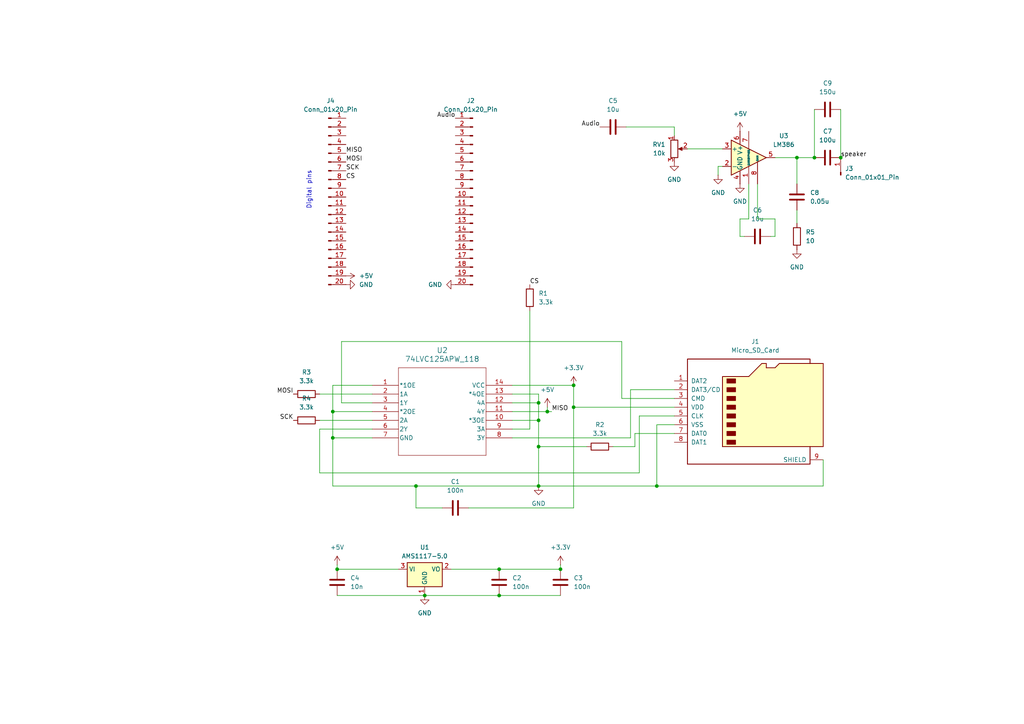
<source format=kicad_sch>
(kicad_sch (version 20231120) (generator "eeschema") (generator_version "8.0")
  (paper "A4")
  (lib_symbols
    (symbol "74LVC125APW,118:74LVC125APW_118" (pin_names (offset 0.254))
      (property "Reference" "U" (at 20.32 10.16 0))
      (property "Value" "74LVC125APW_118" (at 20.32 7.62 0))
      (symbol "74LVC125APW_118_0_1"
        (polyline (pts (xy 7.62 -20.32) (xy 33.02 -20.32)) (stroke (width 0.127)))
        (polyline (pts (xy 7.62 5.08) (xy 7.62 -20.32)) (stroke (width 0.127)))
        (polyline (pts (xy 33.02 -20.32) (xy 33.02 5.08)) (stroke (width 0.127)))
        (polyline (pts (xy 33.02 5.08) (xy 7.62 5.08)) (stroke (width 0.127)))
        (pin input line (at 0 0 0) (length 7.62) (name "*1OE") (number "1"))
        (pin input line (at 40.64 -10.16 180) (length 7.62) (name "*3OE") (number "10"))
        (pin output line (at 40.64 -7.62 180) (length 7.62) (name "4Y") (number "11"))
        (pin input line (at 40.64 -5.08 180) (length 7.62) (name "4A") (number "12"))
        (pin input line (at 40.64 -2.54 180) (length 7.62) (name "*4OE") (number "13"))
        (pin power_in line (at 40.64 0 180) (length 7.62) (name "VCC") (number "14"))
        (pin input line (at 0 -2.54 0) (length 7.62) (name "1A") (number "2"))
        (pin output line (at 0 -5.08 0) (length 7.62) (name "1Y") (number "3"))
        (pin input line (at 0 -7.62 0) (length 7.62) (name "*2OE") (number "4"))
        (pin input line (at 0 -10.16 0) (length 7.62) (name "2A") (number "5"))
        (pin output line (at 0 -12.7 0) (length 7.62) (name "2Y") (number "6"))
        (pin power_out line (at 0 -15.24 0) (length 7.62) (name "GND") (number "7"))
        (pin output line (at 40.64 -15.24 180) (length 7.62) (name "3Y") (number "8"))
        (pin input line (at 40.64 -12.7 180) (length 7.62) (name "3A") (number "9"))
      )
    )
    (symbol "Amplifier_Audio:LM386" (pin_names (offset 0.127))
      (property "Reference" "U" (at 1.27 7.62 0))
      (property "Value" "LM386" (at 1.27 5.08 0))
      (symbol "LM386_0_1"
        (polyline (pts (xy 5.08 0) (xy -5.08 5.08) (xy -5.08 -5.08) (xy 5.08 0)) (stroke (width 0.254)) (fill (type background)))
      )
      (symbol "LM386_1_1"
        (pin input line (at 0 -7.62 90) (length 5.08) (name "GAIN") (number "1"))
        (pin input line (at -7.62 -2.54 0) (length 2.54) (name "-") (number "2"))
        (pin input line (at -7.62 2.54 0) (length 2.54) (name "+") (number "3"))
        (pin power_in line (at -2.54 -7.62 90) (length 3.81) (name "GND") (number "4"))
        (pin output line (at 7.62 0 180) (length 2.54) (name "~") (number "5"))
        (pin power_in line (at -2.54 7.62 270) (length 3.81) (name "V+") (number "6"))
        (pin input line (at 0 7.62 270) (length 5.08) (name "BYPASS") (number "7"))
        (pin input line (at 2.54 -7.62 90) (length 6.35) (name "GAIN") (number "8"))
      )
    )
    (symbol "Connector:Conn_01x01_Pin" (pin_names (offset 1.016) hide)
      (property "Reference" "J" (at 0 2.54 0))
      (property "Value" "Conn_01x01_Pin" (at 0 -2.54 0))
      (symbol "Conn_01x01_Pin_1_1"
        (polyline (pts (xy 1.27 0) (xy 0.8636 0)) (stroke (width 0.1524)))
        (rectangle (start 0.8636 0.127) (end 0 -0.127) (stroke (width 0.1524)) (fill (type outline)))
        (pin passive line (at 5.08 0 180) (length 3.81) (name "Pin_1") (number "1"))
      )
    )
    (symbol "Connector:Conn_01x20_Pin" (pin_names (offset 1.016) hide)
      (property "Reference" "J" (at 0 25.4 0))
      (property "Value" "Conn_01x20_Pin" (at 0 -27.94 0))
      (symbol "Conn_01x20_Pin_1_1"
        (polyline (pts (xy 1.27 -25.4) (xy 0.8636 -25.4)) (stroke (width 0.1524)))
        (polyline (pts (xy 1.27 -22.86) (xy 0.8636 -22.86)) (stroke (width 0.1524)))
        (polyline (pts (xy 1.27 -20.32) (xy 0.8636 -20.32)) (stroke (width 0.1524)))
        (polyline (pts (xy 1.27 -17.78) (xy 0.8636 -17.78)) (stroke (width 0.1524)))
        (polyline (pts (xy 1.27 -15.24) (xy 0.8636 -15.24)) (stroke (width 0.1524)))
        (polyline (pts (xy 1.27 -12.7) (xy 0.8636 -12.7)) (stroke (width 0.1524)))
        (polyline (pts (xy 1.27 -10.16) (xy 0.8636 -10.16)) (stroke (width 0.1524)))
        (polyline (pts (xy 1.27 -7.62) (xy 0.8636 -7.62)) (stroke (width 0.1524)))
        (polyline (pts (xy 1.27 -5.08) (xy 0.8636 -5.08)) (stroke (width 0.1524)))
        (polyline (pts (xy 1.27 -2.54) (xy 0.8636 -2.54)) (stroke (width 0.1524)))
        (polyline (pts (xy 1.27 0) (xy 0.8636 0)) (stroke (width 0.1524)))
        (polyline (pts (xy 1.27 2.54) (xy 0.8636 2.54)) (stroke (width 0.1524)))
        (polyline (pts (xy 1.27 5.08) (xy 0.8636 5.08)) (stroke (width 0.1524)))
        (polyline (pts (xy 1.27 7.62) (xy 0.8636 7.62)) (stroke (width 0.1524)))
        (polyline (pts (xy 1.27 10.16) (xy 0.8636 10.16)) (stroke (width 0.1524)))
        (polyline (pts (xy 1.27 12.7) (xy 0.8636 12.7)) (stroke (width 0.1524)))
        (polyline (pts (xy 1.27 15.24) (xy 0.8636 15.24)) (stroke (width 0.1524)))
        (polyline (pts (xy 1.27 17.78) (xy 0.8636 17.78)) (stroke (width 0.1524)))
        (polyline (pts (xy 1.27 20.32) (xy 0.8636 20.32)) (stroke (width 0.1524)))
        (polyline (pts (xy 1.27 22.86) (xy 0.8636 22.86)) (stroke (width 0.1524)))
        (rectangle (start 0.8636 -25.273) (end 0 -25.527) (stroke (width 0.1524)) (fill (type outline)))
        (rectangle (start 0.8636 -22.733) (end 0 -22.987) (stroke (width 0.1524)) (fill (type outline)))
        (rectangle (start 0.8636 -20.193) (end 0 -20.447) (stroke (width 0.1524)) (fill (type outline)))
        (rectangle (start 0.8636 -17.653) (end 0 -17.907) (stroke (width 0.1524)) (fill (type outline)))
        (rectangle (start 0.8636 -15.113) (end 0 -15.367) (stroke (width 0.1524)) (fill (type outline)))
        (rectangle (start 0.8636 -12.573) (end 0 -12.827) (stroke (width 0.1524)) (fill (type outline)))
        (rectangle (start 0.8636 -10.033) (end 0 -10.287) (stroke (width 0.1524)) (fill (type outline)))
        (rectangle (start 0.8636 -7.493) (end 0 -7.747) (stroke (width 0.1524)) (fill (type outline)))
        (rectangle (start 0.8636 -4.953) (end 0 -5.207) (stroke (width 0.1524)) (fill (type outline)))
        (rectangle (start 0.8636 -2.413) (end 0 -2.667) (stroke (width 0.1524)) (fill (type outline)))
        (rectangle (start 0.8636 0.127) (end 0 -0.127) (stroke (width 0.1524)) (fill (type outline)))
        (rectangle (start 0.8636 2.667) (end 0 2.413) (stroke (width 0.1524)) (fill (type outline)))
        (rectangle (start 0.8636 5.207) (end 0 4.953) (stroke (width 0.1524)) (fill (type outline)))
        (rectangle (start 0.8636 7.747) (end 0 7.493) (stroke (width 0.1524)) (fill (type outline)))
        (rectangle (start 0.8636 10.287) (end 0 10.033) (stroke (width 0.1524)) (fill (type outline)))
        (rectangle (start 0.8636 12.827) (end 0 12.573) (stroke (width 0.1524)) (fill (type outline)))
        (rectangle (start 0.8636 15.367) (end 0 15.113) (stroke (width 0.1524)) (fill (type outline)))
        (rectangle (start 0.8636 17.907) (end 0 17.653) (stroke (width 0.1524)) (fill (type outline)))
        (rectangle (start 0.8636 20.447) (end 0 20.193) (stroke (width 0.1524)) (fill (type outline)))
        (rectangle (start 0.8636 22.987) (end 0 22.733) (stroke (width 0.1524)) (fill (type outline)))
        (pin passive line (at 5.08 22.86 180) (length 3.81) (name "Pin_1") (number "1"))
        (pin passive line (at 5.08 0 180) (length 3.81) (name "Pin_10") (number "10"))
        (pin passive line (at 5.08 -2.54 180) (length 3.81) (name "Pin_11") (number "11"))
        (pin passive line (at 5.08 -5.08 180) (length 3.81) (name "Pin_12") (number "12"))
        (pin passive line (at 5.08 -7.62 180) (length 3.81) (name "Pin_13") (number "13"))
        (pin passive line (at 5.08 -10.16 180) (length 3.81) (name "Pin_14") (number "14"))
        (pin passive line (at 5.08 -12.7 180) (length 3.81) (name "Pin_15") (number "15"))
        (pin passive line (at 5.08 -15.24 180) (length 3.81) (name "Pin_16") (number "16"))
        (pin passive line (at 5.08 -17.78 180) (length 3.81) (name "Pin_17") (number "17"))
        (pin passive line (at 5.08 -20.32 180) (length 3.81) (name "Pin_18") (number "18"))
        (pin passive line (at 5.08 -22.86 180) (length 3.81) (name "Pin_19") (number "19"))
        (pin passive line (at 5.08 20.32 180) (length 3.81) (name "Pin_2") (number "2"))
        (pin passive line (at 5.08 -25.4 180) (length 3.81) (name "Pin_20") (number "20"))
        (pin passive line (at 5.08 17.78 180) (length 3.81) (name "Pin_3") (number "3"))
        (pin passive line (at 5.08 15.24 180) (length 3.81) (name "Pin_4") (number "4"))
        (pin passive line (at 5.08 12.7 180) (length 3.81) (name "Pin_5") (number "5"))
        (pin passive line (at 5.08 10.16 180) (length 3.81) (name "Pin_6") (number "6"))
        (pin passive line (at 5.08 7.62 180) (length 3.81) (name "Pin_7") (number "7"))
        (pin passive line (at 5.08 5.08 180) (length 3.81) (name "Pin_8") (number "8"))
        (pin passive line (at 5.08 2.54 180) (length 3.81) (name "Pin_9") (number "9"))
      )
    )
    (symbol "Connector:Micro_SD_Card" (pin_names (offset 1.016))
      (property "Reference" "J" (at -16.51 15.24 0))
      (property "Value" "Micro_SD_Card" (at 16.51 15.24 0))
      (symbol "Micro_SD_Card_0_1"
        (rectangle (start -7.62 -9.525) (end -5.08 -10.795) (fill (type outline)))
        (rectangle (start -7.62 -6.985) (end -5.08 -8.255) (fill (type outline)))
        (rectangle (start -7.62 -4.445) (end -5.08 -5.715) (fill (type outline)))
        (rectangle (start -7.62 -1.905) (end -5.08 -3.175) (fill (type outline)))
        (rectangle (start -7.62 0.635) (end -5.08 -0.635) (fill (type outline)))
        (rectangle (start -7.62 3.175) (end -5.08 1.905) (fill (type outline)))
        (rectangle (start -7.62 5.715) (end -5.08 4.445) (fill (type outline)))
        (rectangle (start -7.62 8.255) (end -5.08 6.985) (fill (type outline)))
        (polyline (pts (xy 16.51 12.7) (xy 16.51 13.97) (xy -19.05 13.97) (xy -19.05 -16.51) (xy 16.51 -16.51) (xy 16.51 -11.43)) (stroke (width 0.254)))
        (polyline (pts (xy -8.89 -11.43) (xy -8.89 8.89) (xy -1.27 8.89) (xy 2.54 12.7) (xy 3.81 12.7) (xy 3.81 11.43) (xy 6.35 11.43) (xy 7.62 12.7) (xy 20.32 12.7) (xy 20.32 -11.43) (xy -8.89 -11.43)) (stroke (width 0.254)) (fill (type background)))
      )
      (symbol "Micro_SD_Card_1_1"
        (pin bidirectional line (at -22.86 7.62 0) (length 3.81) (name "DAT2") (number "1"))
        (pin bidirectional line (at -22.86 5.08 0) (length 3.81) (name "DAT3/CD") (number "2"))
        (pin input line (at -22.86 2.54 0) (length 3.81) (name "CMD") (number "3"))
        (pin power_in line (at -22.86 0 0) (length 3.81) (name "VDD") (number "4"))
        (pin input line (at -22.86 -2.54 0) (length 3.81) (name "CLK") (number "5"))
        (pin power_in line (at -22.86 -5.08 0) (length 3.81) (name "VSS") (number "6"))
        (pin bidirectional line (at -22.86 -7.62 0) (length 3.81) (name "DAT0") (number "7"))
        (pin bidirectional line (at -22.86 -10.16 0) (length 3.81) (name "DAT1") (number "8"))
        (pin passive line (at 20.32 -15.24 180) (length 3.81) (name "SHIELD") (number "9"))
      )
    )
    (symbol "Device:C" (pin_numbers hide) (pin_names (offset 0.254))
      (property "Reference" "C" (at 0.635 2.54 0))
      (property "Value" "C" (at 0.635 -2.54 0))
      (symbol "C_0_1"
        (polyline (pts (xy -2.032 -0.762) (xy 2.032 -0.762)) (stroke (width 0.508)))
        (polyline (pts (xy -2.032 0.762) (xy 2.032 0.762)) (stroke (width 0.508)))
      )
      (symbol "C_1_1"
        (pin passive line (at 0 3.81 270) (length 2.794) (name "~") (number "1"))
        (pin passive line (at 0 -3.81 90) (length 2.794) (name "~") (number "2"))
      )
    )
    (symbol "Device:R" (pin_numbers hide) (pin_names (offset 0))
      (property "Reference" "R" (at 2.032 0 90))
      (property "Value" "R" (at 0 0 90))
      (symbol "R_0_1"
        (rectangle (start -1.016 -2.54) (end 1.016 2.54) (stroke (width 0.254)))
      )
      (symbol "R_1_1"
        (pin passive line (at 0 3.81 270) (length 1.27) (name "~") (number "1"))
        (pin passive line (at 0 -3.81 90) (length 1.27) (name "~") (number "2"))
      )
    )
    (symbol "Device:R_Potentiometer" (pin_names (offset 1.016) hide)
      (property "Reference" "RV" (at -4.445 0 90))
      (property "Value" "R_Potentiometer" (at -2.54 0 90))
      (symbol "R_Potentiometer_0_1"
        (polyline (pts (xy 2.54 0) (xy 1.524 0)))
        (polyline (pts (xy 1.143 0) (xy 2.286 0.508) (xy 2.286 -0.508) (xy 1.143 0)) (fill (type outline)))
        (rectangle (start 1.016 2.54) (end -1.016 -2.54) (stroke (width 0.254)))
      )
      (symbol "R_Potentiometer_1_1"
        (pin passive line (at 0 3.81 270) (length 1.27) (name "1") (number "1"))
        (pin passive line (at 3.81 0 180) (length 1.27) (name "2") (number "2"))
        (pin passive line (at 0 -3.81 90) (length 1.27) (name "3") (number "3"))
      )
    )
    (symbol "Regulator_Linear:AMS1117-5.0"
      (property "Reference" "U" (at -3.81 3.175 0))
      (property "Value" "AMS1117-5.0" (at 0 3.175 0))
      (symbol "AMS1117-5.0_0_1"
        (rectangle (start -5.08 -5.08) (end 5.08 1.905) (stroke (width 0.254)) (fill (type background)))
      )
      (symbol "AMS1117-5.0_1_1"
        (pin power_in line (at 0 -7.62 90) (length 2.54) (name "GND") (number "1"))
        (pin power_out line (at 7.62 0 180) (length 2.54) (name "VO") (number "2"))
        (pin power_in line (at -7.62 0 0) (length 2.54) (name "VI") (number "3"))
      )
    )
    (symbol "power:+3.3V" (power) (pin_numbers hide) (pin_names (offset 0) hide)
      (property "Value" "+3.3V" (at 0 3.556 0))
      (symbol "+3.3V_0_1"
        (polyline (pts (xy -0.762 1.27) (xy 0 2.54)))
        (polyline (pts (xy 0 0) (xy 0 2.54)))
        (polyline (pts (xy 0 2.54) (xy 0.762 1.27)))
      )
      (symbol "+3.3V_1_1"
        (pin power_in line (at 0 0 90) (length 0) (name "~") (number "1"))
      )
    )
    (symbol "power:+5V" (power) (pin_numbers hide) (pin_names (offset 0) hide)
      (property "Value" "+5V" (at 0 3.556 0))
      (symbol "+5V_0_1"
        (polyline (pts (xy -0.762 1.27) (xy 0 2.54)))
        (polyline (pts (xy 0 0) (xy 0 2.54)))
        (polyline (pts (xy 0 2.54) (xy 0.762 1.27)))
      )
      (symbol "+5V_1_1"
        (pin power_in line (at 0 0 90) (length 0) (name "~") (number "1"))
      )
    )
    (symbol "power:GND" (power) (pin_numbers hide) (pin_names (offset 0) hide)
      (property "Value" "GND" (at 0 -3.81 0))
      (symbol "GND_0_1"
        (polyline (pts (xy 0 0) (xy 0 -1.27) (xy 1.27 -1.27) (xy 0 -2.54) (xy -1.27 -1.27) (xy 0 -1.27)))
      )
      (symbol "GND_1_1"
        (pin power_in line (at 0 0 270) (length 0) (name "~") (number "1"))
      )
    )
  )
  (junction (at 243.84 45.72))
  (junction (at 156.21 116.84))
  (junction (at 190.5 140.97))
  (junction (at 123.19 172.72))
  (junction (at 158.75 119.38))
  (junction (at 96.52 127))
  (junction (at 166.37 118.11))
  (junction (at 166.37 111.76))
  (junction (at 162.56 165.1))
  (junction (at 96.52 119.38))
  (junction (at 144.78 165.1))
  (junction (at 97.79 165.1))
  (junction (at 231.14 45.72))
  (junction (at 156.21 121.92))
  (junction (at 236.22 45.72))
  (junction (at 156.21 140.97))
  (junction (at 144.78 172.72))
  (junction (at 120.65 140.97))
  (junction (at 156.21 129.54))
  (wire (pts (xy 92.71 137.16) (xy 185.42 137.16)))
  (wire (pts (xy 156.21 129.54) (xy 170.18 129.54)))
  (wire (pts (xy 96.52 127) (xy 107.95 127)))
  (wire (pts (xy 238.76 133.35) (xy 238.76 140.97)))
  (wire (pts (xy 185.42 137.16) (xy 185.42 120.65)))
  (wire (pts (xy 123.19 172.72) (xy 144.78 172.72)))
  (wire (pts (xy 236.22 31.75) (xy 236.22 45.72)))
  (wire (pts (xy 135.89 147.32) (xy 166.37 147.32)))
  (wire (pts (xy 120.65 140.97) (xy 156.21 140.97)))
  (wire (pts (xy 156.21 116.84) (xy 156.21 121.92)))
  (wire (pts (xy 180.34 99.06) (xy 99.06 99.06)))
  (wire (pts (xy 231.14 60.96) (xy 231.14 64.77)))
  (wire (pts (xy 148.59 116.84) (xy 156.21 116.84)))
  (wire (pts (xy 180.34 115.57) (xy 180.34 99.06)))
  (wire (pts (xy 182.88 127) (xy 182.88 113.03)))
  (wire (pts (xy 166.37 111.76) (xy 166.37 118.11)))
  (wire (pts (xy 185.42 120.65) (xy 195.58 120.65)))
  (wire (pts (xy 166.37 118.11) (xy 195.58 118.11)))
  (wire (pts (xy 99.06 116.84) (xy 107.95 116.84)))
  (wire (pts (xy 195.58 125.73) (xy 184.15 125.73)))
  (wire (pts (xy 243.84 31.75) (xy 243.84 45.72)))
  (wire (pts (xy 148.59 119.38) (xy 158.75 119.38)))
  (wire (pts (xy 209.55 48.26) (xy 208.28 48.26)))
  (wire (pts (xy 153.67 124.46) (xy 153.67 90.17)))
  (wire (pts (xy 148.59 114.3) (xy 156.21 114.3)))
  (wire (pts (xy 92.71 124.46) (xy 92.71 137.16)))
  (wire (pts (xy 156.21 114.3) (xy 156.21 116.84)))
  (wire (pts (xy 156.21 140.97) (xy 190.5 140.97)))
  (wire (pts (xy 128.27 147.32) (xy 120.65 147.32)))
  (wire (pts (xy 97.79 163.83) (xy 97.79 165.1)))
  (wire (pts (xy 184.15 125.73) (xy 184.15 129.54)))
  (wire (pts (xy 199.39 43.18) (xy 209.55 43.18)))
  (wire (pts (xy 96.52 140.97) (xy 120.65 140.97)))
  (wire (pts (xy 144.78 172.72) (xy 162.56 172.72)))
  (wire (pts (xy 120.65 147.32) (xy 120.65 140.97)))
  (wire (pts (xy 107.95 124.46) (xy 92.71 124.46)))
  (wire (pts (xy 130.81 165.1) (xy 144.78 165.1)))
  (wire (pts (xy 107.95 111.76) (xy 96.52 111.76)))
  (wire (pts (xy 217.17 53.34) (xy 217.17 63.5)))
  (wire (pts (xy 214.63 63.5) (xy 214.63 68.58)))
  (wire (pts (xy 148.59 127) (xy 182.88 127)))
  (wire (pts (xy 195.58 115.57) (xy 180.34 115.57)))
  (wire (pts (xy 224.79 63.5) (xy 219.71 63.5)))
  (wire (pts (xy 148.59 111.76) (xy 166.37 111.76)))
  (wire (pts (xy 190.5 140.97) (xy 238.76 140.97)))
  (wire (pts (xy 166.37 147.32) (xy 166.37 118.11)))
  (wire (pts (xy 148.59 121.92) (xy 156.21 121.92)))
  (wire (pts (xy 92.71 114.3) (xy 107.95 114.3)))
  (wire (pts (xy 148.59 124.46) (xy 153.67 124.46)))
  (wire (pts (xy 195.58 123.19) (xy 190.5 123.19)))
  (wire (pts (xy 92.71 121.92) (xy 107.95 121.92)))
  (wire (pts (xy 156.21 121.92) (xy 156.21 129.54)))
  (wire (pts (xy 223.52 68.58) (xy 224.79 68.58)))
  (wire (pts (xy 184.15 129.54) (xy 177.8 129.54)))
  (wire (pts (xy 162.56 165.1) (xy 162.56 163.83)))
  (wire (pts (xy 97.79 165.1) (xy 115.57 165.1)))
  (wire (pts (xy 182.88 113.03) (xy 195.58 113.03)))
  (wire (pts (xy 97.79 172.72) (xy 123.19 172.72)))
  (wire (pts (xy 219.71 63.5) (xy 219.71 53.34)))
  (wire (pts (xy 231.14 45.72) (xy 236.22 45.72)))
  (wire (pts (xy 181.61 36.83) (xy 195.58 36.83)))
  (wire (pts (xy 156.21 129.54) (xy 156.21 140.97)))
  (wire (pts (xy 224.79 68.58) (xy 224.79 63.5)))
  (wire (pts (xy 217.17 63.5) (xy 214.63 63.5)))
  (wire (pts (xy 158.75 119.38) (xy 158.75 118.11)))
  (wire (pts (xy 144.78 165.1) (xy 162.56 165.1)))
  (wire (pts (xy 96.52 119.38) (xy 96.52 127)))
  (wire (pts (xy 190.5 123.19) (xy 190.5 140.97)))
  (wire (pts (xy 96.52 119.38) (xy 107.95 119.38)))
  (wire (pts (xy 195.58 36.83) (xy 195.58 39.37)))
  (wire (pts (xy 214.63 68.58) (xy 215.9 68.58)))
  (wire (pts (xy 96.52 127) (xy 96.52 140.97)))
  (wire (pts (xy 224.79 45.72) (xy 231.14 45.72)))
  (wire (pts (xy 158.75 119.38) (xy 160.02 119.38)))
  (wire (pts (xy 231.14 53.34) (xy 231.14 45.72)))
  (wire (pts (xy 96.52 111.76) (xy 96.52 119.38)))
  (wire (pts (xy 99.06 99.06) (xy 99.06 116.84)))
  (wire (pts (xy 208.28 48.26) (xy 208.28 50.8)))
  (text "Digital pins\n" (at 89.662 55.118 90) (effects (font (size 1.27 1.27))))
  (label "MISO" (at 100.33 44.45 0))
  (label "CS" (at 153.67 82.55 0))
  (label "MISO" (at 160.02 119.38 0))
  (label "SCK" (at 100.33 49.53 0))
  (label "CS" (at 100.33 52.07 0))
  (label "speaker" (at 243.84 45.72 0))
  (label "Audio" (at 173.99 36.83 180))
  (label "Audio" (at 132.08 34.29 180))
  (label "SCK" (at 85.09 121.92 180))
  (label "MOSI" (at 85.09 114.3 180))
  (label "MOSI" (at 100.33 46.99 0))
  (symbol (lib_id "power:GND") (at 214.63 53.34 0) (unit 1)
    (property "Reference" "#PWR09" (effects (hide yes)))
    (property "Value" "GND" (at 214.63 58.42 0))
    (property "Description" "Power symbol creates a global label with name \"GND\" , ground" (effects (hide yes)))
  )
  (symbol (lib_id "Device:R") (at 153.67 86.36 0) (unit 1)
    (property "Reference" "R1" (at 156.21 85.0899 0) (effects (justify left)))
    (property "Value" "3.3k" (at 156.21 87.6299 0) (effects (justify left)))
    (property "Footprint" "Resistor_SMD:R_0402_1005Metric" (effects (hide yes)))
    (property "Description" "Resistor" (effects (hide yes)))
  )
  (symbol (lib_id "power:GND") (at 123.19 172.72 0) (unit 1)
    (property "Reference" "#PWR04" (effects (hide yes)))
    (property "Value" "GND" (at 123.19 177.8 0))
    (property "Description" "Power symbol creates a global label with name \"GND\" , ground" (effects (hide yes)))
  )
  (symbol (lib_id "Device:R") (at 231.14 68.58 0) (unit 1)
    (property "Reference" "R5" (at 233.68 67.3099 0) (effects (justify left)))
    (property "Value" "10" (at 233.68 69.8499 0) (effects (justify left)))
    (property "Footprint" "Resistor_SMD:R_0402_1005Metric" (effects (hide yes)))
    (property "Description" "Resistor" (effects (hide yes)))
  )
  (symbol (lib_id "Connector:Conn_01x20_Pin") (at 95.25 57.15 0) (unit 1)
    (property "Reference" "J4" (at 95.885 29.21 0))
    (property "Value" "Conn_01x20_Pin" (at 95.885 31.75 0))
    (property "Footprint" "Connector_PinHeader_2.54mm:PinHeader_1x20_P2.54mm_Vertical" (effects (hide yes)))
    (property "Description" "Generic connector, single row, 01x20, script generated" (effects (hide yes)))
  )
  (symbol (lib_id "power:GND") (at 132.08 82.55 270) (unit 1)
    (property "Reference" "#PWR013" (effects (hide yes)))
    (property "Value" "GND" (at 128.27 82.5499 90) (effects (justify right)))
    (property "Description" "Power symbol creates a global label with name \"GND\" , ground" (effects (hide yes)))
  )
  (symbol (lib_id "Device:C") (at 231.14 57.15 180) (unit 1)
    (property "Reference" "C8" (at 234.95 55.8799 0) (effects (justify right)))
    (property "Value" "0.05u" (at 234.95 58.4199 0) (effects (justify right)))
    (property "Footprint" "Capacitor_SMD:C_1206_3216Metric" (effects (hide yes)))
    (property "Description" "Unpolarized capacitor" (effects (hide yes)))
  )
  (symbol (lib_id "Device:C") (at 219.71 68.58 90) (unit 1)
    (property "Reference" "C6" (at 219.71 60.96 90))
    (property "Value" "10u" (at 219.71 63.5 90))
    (property "Footprint" "Capacitor_SMD:C_1210_3225Metric" (effects (hide yes)))
    (property "Description" "Unpolarized capacitor" (effects (hide yes)))
  )
  (symbol (lib_id "power:GND") (at 156.21 140.97 0) (unit 1)
    (property "Reference" "#PWR01" (effects (hide yes)))
    (property "Value" "GND" (at 156.21 146.05 0))
    (property "Description" "Power symbol creates a global label with name \"GND\" , ground" (effects (hide yes)))
  )
  (symbol (lib_id "Connector:Micro_SD_Card") (at 218.44 118.11 0) (unit 1)
    (property "Reference" "J1" (at 219.075 99.06 0))
    (property "Value" "Micro_SD_Card" (at 219.075 101.6 0))
    (property "Footprint" "Connector_Card:microSD_HC_Molex_104031-0811" (effects (hide yes)))
    (property "Datasheet" "http://katalog.we-online.de/em/datasheet/693072010801.pdf" (effects (hide yes)))
    (property "Description" "Micro SD Card Socket" (effects (hide yes)))
  )
  (symbol (lib_id "power:+5V") (at 97.79 163.83 0) (unit 1)
    (property "Reference" "#PWR05" (effects (hide yes)))
    (property "Value" "+5V" (at 97.79 158.75 0))
    (property "Description" "Power symbol creates a global label with name \"+5V\"" (effects (hide yes)))
  )
  (symbol (lib_id "Device:C") (at 240.03 31.75 90) (unit 1)
    (property "Reference" "C9" (at 240.03 24.13 90))
    (property "Value" "150u" (at 240.03 26.67 90))
    (property "Footprint" "Capacitor_SMD:C_Elec_6.3x7.7" (effects (hide yes)))
    (property "Description" "Unpolarized capacitor" (effects (hide yes)))
  )
  (symbol (lib_id "power:+5V") (at 100.33 80.01 270) (unit 1)
    (property "Reference" "#PWR014" (effects (hide yes)))
    (property "Value" "+5V" (at 104.14 80.0099 90) (effects (justify left)))
    (property "Description" "Power symbol creates a global label with name \"+5V\"" (effects (hide yes)))
  )
  (symbol (lib_id "power:+3.3V") (at 166.37 111.76 0) (unit 1)
    (property "Reference" "#PWR02" (effects (hide yes)))
    (property "Value" "+3.3V" (at 166.37 106.68 0))
    (property "Description" "Power symbol creates a global label with name \"+3.3V\"" (effects (hide yes)))
  )
  (symbol (lib_id "power:+5V") (at 158.75 118.11 0) (unit 1)
    (property "Reference" "#PWR015" (effects (hide yes)))
    (property "Value" "+5V" (at 158.75 113.03 0))
    (property "Description" "Power symbol creates a global label with name \"+5V\"" (effects (hide yes)))
  )
  (symbol (lib_id "Regulator_Linear:AMS1117-5.0") (at 123.19 165.1 0) (unit 1)
    (property "Reference" "U1" (at 123.19 158.75 0))
    (property "Value" "AMS1117-5.0" (at 123.19 161.29 0))
    (property "Footprint" "Symbol:SOT229P700X180-4N" (effects (hide yes)))
    (property "Datasheet" "http://www.advanced-monolithic.com/pdf/ds1117.pdf" (effects (hide yes)))
    (property "Description" "1A Low Dropout regulator, positive, 5.0V fixed output, SOT-223" (effects (hide yes)))
  )
  (symbol (lib_id "74LVC125APW,118:74LVC125APW_118") (at 107.95 111.76 0) (unit 1)
    (property "Reference" "U2" (at 128.27 101.6 0) (effects (font (size 1.524 1.524))))
    (property "Value" "74LVC125APW_118" (at 128.27 104.14 0) (effects (font (size 1.524 1.524))))
    (property "Footprint" "Symbol:IC_74LVC125APW_118" (effects (hide yes)))
    (property "Datasheet" "74LVC125APW_118" (effects (hide yes)))
  )
  (symbol (lib_id "Device:R") (at 88.9 121.92 90) (unit 1)
    (property "Reference" "R4" (at 88.9 115.57 90))
    (property "Value" "3.3k" (at 88.9 118.11 90))
    (property "Footprint" "Resistor_SMD:R_0402_1005Metric" (effects (hide yes)))
    (property "Description" "Resistor" (effects (hide yes)))
  )
  (symbol (lib_id "power:GND") (at 100.33 82.55 90) (unit 1)
    (property "Reference" "#PWR012" (effects (hide yes)))
    (property "Value" "GND" (at 104.14 82.5499 90) (effects (justify right)))
    (property "Description" "Power symbol creates a global label with name \"GND\" , ground" (effects (hide yes)))
  )
  (symbol (lib_id "power:+3.3V") (at 162.56 163.83 0) (unit 1)
    (property "Reference" "#PWR03" (effects (hide yes)))
    (property "Value" "+3.3V" (at 162.56 158.75 0))
    (property "Description" "Power symbol creates a global label with name \"+3.3V\"" (effects (hide yes)))
  )
  (symbol (lib_id "power:GND") (at 231.14 72.39 0) (unit 1)
    (property "Reference" "#PWR08" (effects (hide yes)))
    (property "Value" "GND" (at 231.14 77.47 0))
    (property "Description" "Power symbol creates a global label with name \"GND\" , ground" (effects (hide yes)))
  )
  (symbol (lib_id "power:GND") (at 195.58 46.99 0) (unit 1)
    (property "Reference" "#PWR06" (effects (hide yes)))
    (property "Value" "GND" (at 195.58 52.07 0))
    (property "Description" "Power symbol creates a global label with name \"GND\" , ground" (effects (hide yes)))
  )
  (symbol (lib_id "Device:C") (at 240.03 45.72 90) (unit 1)
    (property "Reference" "C7" (at 240.03 38.1 90))
    (property "Value" "100u" (at 240.03 40.64 90))
    (property "Footprint" "Capacitor_SMD:C_Elec_6.3x5.8" (effects (hide yes)))
    (property "Description" "Unpolarized capacitor" (effects (hide yes)))
  )
  (symbol (lib_id "Device:C") (at 177.8 36.83 90) (unit 1)
    (property "Reference" "C5" (at 177.8 29.21 90))
    (property "Value" "10u" (at 177.8 31.75 90))
    (property "Footprint" "Capacitor_SMD:C_1210_3225Metric" (effects (hide yes)))
    (property "Description" "Unpolarized capacitor" (effects (hide yes)))
  )
  (symbol (lib_id "power:+5V") (at 214.63 38.1 0) (unit 1)
    (property "Reference" "#PWR010" (effects (hide yes)))
    (property "Value" "+5V" (at 214.63 33.02 0))
    (property "Description" "Power symbol creates a global label with name \"+5V\"" (effects (hide yes)))
  )
  (symbol (lib_id "Device:C") (at 144.78 168.91 0) (unit 1)
    (property "Reference" "C2" (at 148.59 167.6399 0) (effects (justify left)))
    (property "Value" "100n" (at 148.59 170.1799 0) (effects (justify left)))
    (property "Footprint" "Capacitor_SMD:C_0402_1005Metric" (effects (hide yes)))
    (property "Description" "Unpolarized capacitor" (effects (hide yes)))
  )
  (symbol (lib_id "Device:R_Potentiometer") (at 195.58 43.18 0) (unit 1)
    (property "Reference" "RV1" (at 193.04 41.9099 0) (effects (justify right)))
    (property "Value" "10k" (at 193.04 44.4499 0) (effects (justify right)))
    (property "Footprint" "Potentiometer_THT:Potentiometer_Alpha_RD901F-40-00D_Single_Vertical" (effects (hide yes)))
    (property "Description" "Potentiometer" (effects (hide yes)))
  )
  (symbol (lib_id "Connector:Conn_01x20_Pin") (at 137.16 57.15 0) (mirror y) (unit 1)
    (property "Reference" "J2" (at 136.525 29.21 0))
    (property "Value" "Conn_01x20_Pin" (at 136.525 31.75 0))
    (property "Footprint" "Connector_PinHeader_2.54mm:PinHeader_1x20_P2.54mm_Vertical" (effects (hide yes)))
    (property "Description" "Generic connector, single row, 01x20, script generated" (effects (hide yes)))
  )
  (symbol (lib_id "Device:R") (at 173.99 129.54 90) (unit 1)
    (property "Reference" "R2" (at 173.99 123.19 90))
    (property "Value" "3.3k" (at 173.99 125.73 90))
    (property "Footprint" "Resistor_SMD:R_0402_1005Metric" (effects (hide yes)))
    (property "Description" "Resistor" (effects (hide yes)))
  )
  (symbol (lib_id "Device:C") (at 162.56 168.91 0) (unit 1)
    (property "Reference" "C3" (at 166.37 167.6399 0) (effects (justify left)))
    (property "Value" "100n" (at 166.37 170.1799 0) (effects (justify left)))
    (property "Footprint" "Capacitor_SMD:C_0402_1005Metric" (effects (hide yes)))
    (property "Description" "Unpolarized capacitor" (effects (hide yes)))
  )
  (symbol (lib_id "Device:C") (at 132.08 147.32 90) (unit 1)
    (property "Reference" "C1" (at 132.08 139.7 90))
    (property "Value" "100n" (at 132.08 142.24 90))
    (property "Footprint" "Capacitor_SMD:C_0402_1005Metric" (effects (hide yes)))
    (property "Description" "Unpolarized capacitor" (effects (hide yes)))
  )
  (symbol (lib_id "Device:C") (at 97.79 168.91 0) (unit 1)
    (property "Reference" "C4" (at 101.6 167.6399 0) (effects (justify left)))
    (property "Value" "10n" (at 101.6 170.1799 0) (effects (justify left)))
    (property "Footprint" "Capacitor_SMD:C_0402_1005Metric" (effects (hide yes)))
    (property "Description" "Unpolarized capacitor" (effects (hide yes)))
  )
  (symbol (lib_id "power:GND") (at 208.28 50.8 0) (unit 1)
    (property "Reference" "#PWR07" (effects (hide yes)))
    (property "Value" "GND" (at 208.28 55.88 0))
    (property "Description" "Power symbol creates a global label with name \"GND\" , ground" (effects (hide yes)))
  )
  (symbol (lib_id "Amplifier_Audio:LM386") (at 217.17 45.72 0) (unit 1)
    (property "Reference" "U3" (at 227.33 39.4014 0))
    (property "Value" "LM386" (at 227.33 41.9414 0))
    (property "Footprint" "Package_DIP:DIP-8_W7.62mm" (effects (hide yes)))
    (property "Datasheet" "http://www.ti.com/lit/ds/symlink/lm386.pdf" (effects (hide yes)))
    (property "Description" "Low Voltage Audio Power Amplifier, DIP-8/SOIC-8/SSOP-8" (effects (hide yes)))
  )
  (symbol (lib_id "Device:R") (at 88.9 114.3 90) (unit 1)
    (property "Reference" "R3" (at 88.9 107.95 90))
    (property "Value" "3.3k" (at 88.9 110.49 90))
    (property "Footprint" "Resistor_SMD:R_0402_1005Metric" (effects (hide yes)))
    (property "Description" "Resistor" (effects (hide yes)))
  )
  (symbol (lib_id "Connector:Conn_01x01_Pin") (at 243.84 50.8 90) (unit 1)
    (property "Reference" "J3" (at 245.11 48.8949 90) (effects (justify right)))
    (property "Value" "Conn_01x01_Pin" (at 245.11 51.4349 90) (effects (justify right)))
    (property "Footprint" "Connector_PinHeader_1.00mm:PinHeader_1x01_P1.00mm_Vertical" (effects (hide yes)))
    (property "Description" "Generic connector, single row, 01x01, script generated" (effects (hide yes)))
  )
)
</source>
